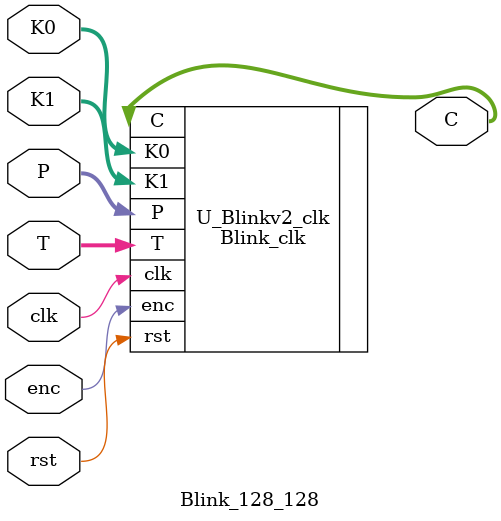
<source format=v>

module Blink_128_128(clk, rst, enc, K0, K1, P, T, C);
    input clk;
	input rst;
    localparam  round = 16; 
    localparam n = 128;
    localparam tweakLen = 128;
    localparam r1 = 4;
    localparam dim = 128;
    input enc;
	input [n*(round/2)-1:0] K0; 
    input [509:0] K1; 
    input [n-1:0] P;
    input [tweakLen-1:0] T; 
    output [n-1:0] C;

    Blink_clk
    U_Blinkv2_clk
    (
        .clk(clk),
        .rst(rst),       
        .enc(enc),
        .K0(K0), 
        .K1(K1), 
        .P(P), 
        .T(T), 
        .C(C)
    );
	
endmodule
</source>
